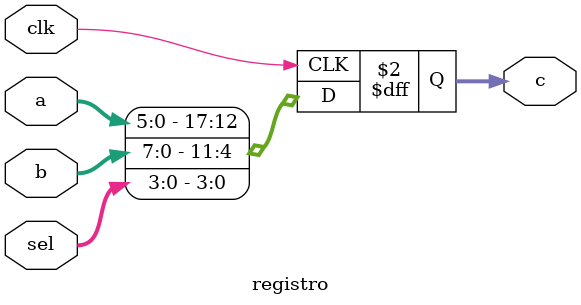
<source format=sv>
module registro #(parameter N=8)(input  logic [N-1:0] a,b,input  logic [3:0] sel,input  logic clk,output logic [N + N + 1:0] c);
always@ (posedge clk)
begin
c = { a,b,sel};
end
endmodule 
</source>
